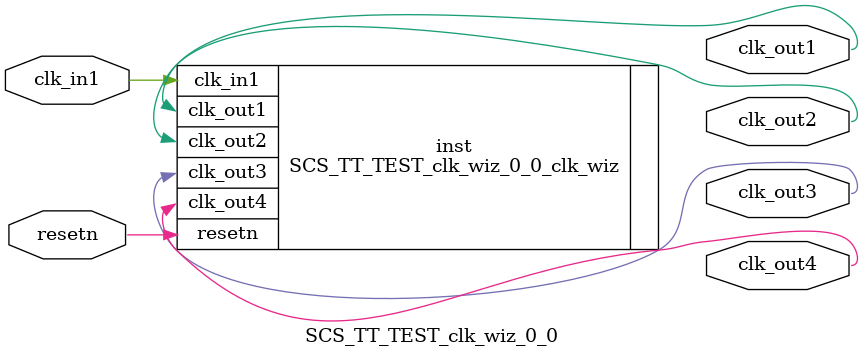
<source format=v>


`timescale 1ps/1ps

(* CORE_GENERATION_INFO = "SCS_TT_TEST_clk_wiz_0_0,clk_wiz_v6_0_3_0_0,{component_name=SCS_TT_TEST_clk_wiz_0_0,use_phase_alignment=true,use_min_o_jitter=true,use_max_i_jitter=false,use_dyn_phase_shift=false,use_inclk_switchover=false,use_dyn_reconfig=false,enable_axi=0,feedback_source=FDBK_AUTO,PRIMITIVE=MMCM,num_out_clk=4,clkin1_period=10.000,clkin2_period=10.000,use_power_down=false,use_reset=true,use_locked=false,use_inclk_stopped=false,feedback_type=SINGLE,CLOCK_MGR_TYPE=NA,manual_override=false}" *)

module SCS_TT_TEST_clk_wiz_0_0 
 (
  // Clock out ports
  output        clk_out1,
  output        clk_out2,
  output        clk_out3,
  output        clk_out4,
  // Status and control signals
  input         resetn,
 // Clock in ports
  input         clk_in1
 );

  SCS_TT_TEST_clk_wiz_0_0_clk_wiz inst
  (
  // Clock out ports  
  .clk_out1(clk_out1),
  .clk_out2(clk_out2),
  .clk_out3(clk_out3),
  .clk_out4(clk_out4),
  // Status and control signals               
  .resetn(resetn), 
 // Clock in ports
  .clk_in1(clk_in1)
  );

endmodule

</source>
